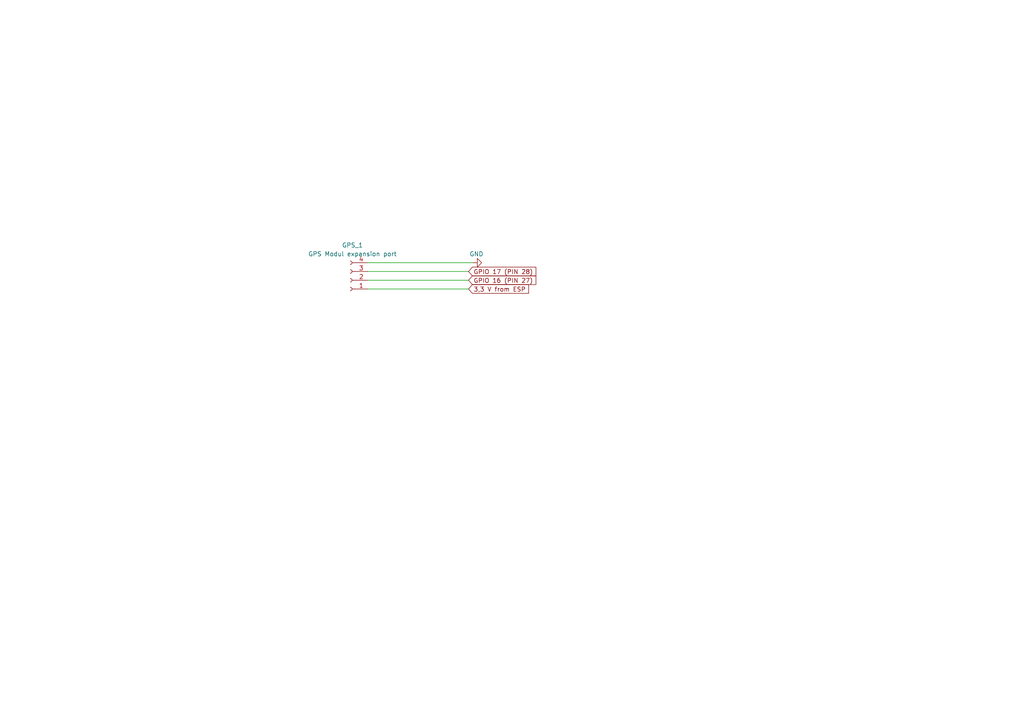
<source format=kicad_sch>
(kicad_sch (version 20231120) (generator "eeschema") (generator_version "8.0")
  (paper "A4")
  (title_block (title "GPS Modul expansion port") (comment 1 "Subsheet Brake Out Borad") (comment 2 "(c) Norbert Schechner"))
  (lib_symbols
    (symbol "Connector:Conn_01x04_Socket" (pin_names (offset 1.016) hide)
      (property "Reference" "J" (at 0 5.08 0))
      (property "Value" "Conn_01x04_Socket" (at 0 -7.62 0))
      (symbol "Conn_01x04_Socket_1_1"
        (arc (start 0 -4.572) (mid -0.5058 -5.08) (end 0 -5.588) (stroke (width 0.1524)))
        (arc (start 0 -2.032) (mid -0.5058 -2.54) (end 0 -3.048) (stroke (width 0.1524)))
        (polyline (pts (xy -1.27 -5.08) (xy -0.508 -5.08)) (stroke (width 0.1524)))
        (polyline (pts (xy -1.27 -2.54) (xy -0.508 -2.54)) (stroke (width 0.1524)))
        (polyline (pts (xy -1.27 0) (xy -0.508 0)) (stroke (width 0.1524)))
        (polyline (pts (xy -1.27 2.54) (xy -0.508 2.54)) (stroke (width 0.1524)))
        (arc (start 0 0.508) (mid -0.5058 0) (end 0 -0.508) (stroke (width 0.1524)))
        (arc (start 0 3.048) (mid -0.5058 2.54) (end 0 2.032) (stroke (width 0.1524)))
        (pin passive line (at -5.08 2.54 0) (length 3.81) (name "Pin_1") (number "1"))
        (pin passive line (at -5.08 0 0) (length 3.81) (name "Pin_2") (number "2"))
        (pin passive line (at -5.08 -2.54 0) (length 3.81) (name "Pin_3") (number "3"))
        (pin passive line (at -5.08 -5.08 0) (length 3.81) (name "Pin_4") (number "4"))
      )
    )
    (symbol "power:GND" (power) (pin_numbers hide) (pin_names (offset 0) hide)
      (property "Value" "GND" (at 0 -3.81 0))
      (symbol "GND_0_1"
        (polyline (pts (xy 0 0) (xy 0 -1.27) (xy 1.27 -1.27) (xy 0 -2.54) (xy -1.27 -1.27) (xy 0 -1.27)))
      )
      (symbol "GND_1_1"
        (pin power_in line (at 0 0 270) (length 0) (name "~") (number "1"))
      )
    )
  )
  (wire (pts (xy 106.68 81.28) (xy 135.89 81.28)))
  (wire (pts (xy 106.68 76.2) (xy 137.16 76.2)))
  (wire (pts (xy 106.68 83.82) (xy 135.89 83.82)))
  (wire (pts (xy 106.68 78.74) (xy 135.89 78.74)))
  (global_label "GPIO 17 (PIN 28)" (shape input) (at 135.89 78.74 0) (property "Intersheetrefs" "${INTERSHEET_REFS}" (at 155.99 78.74 0) (effects (justify left))))
  (global_label "3,3 V from ESP" (shape input) (at 135.89 83.82 0) (property "Intersheetrefs" "${INTERSHEET_REFS}" (at 153.8731 83.82 0) (effects (justify left))))
  (global_label "GPIO 16 (PIN 27)" (shape input) (at 135.89 81.28 0) (property "Intersheetrefs" "${INTERSHEET_REFS}" (at 155.99 81.28 0) (effects (justify left))))
  (symbol (lib_id "Connector:Conn_01x04_Socket") (at 101.6 81.28 180) (unit 1)
    (property "Reference" "GPS_1" (at 102.235 71.12 0))
    (property "Value" "GPS Modul expansion port" (at 102.235 73.66 0))
    (property "Footprint" "Connector_PinSocket_2.54mm:PinSocket_1x04_P2.54mm_Vertical" (effects (hide yes)))
    (property "Description" "Generic connector, single row, 01x04, script generated" (effects (hide yes)))
  )
  (symbol (lib_id "power:GND") (at 137.16 76.2 90) (unit 1)
    (property "Reference" "#PWR601" (effects (hide yes)))
    (property "Value" "GND" (at 136.144 73.66 90) (effects (justify right)))
    (property "Description" "Power symbol creates a global label with name \"GND\" , ground" (effects (hide yes)))
  )
)
</source>
